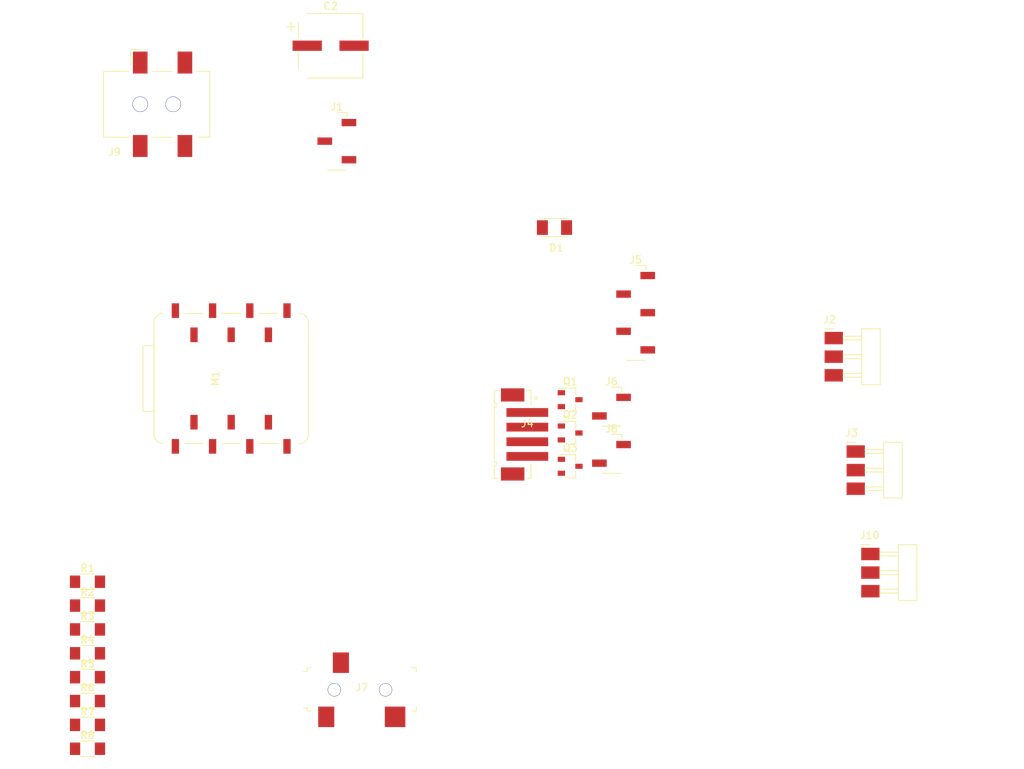
<source format=kicad_pcb>
(kicad_pcb (version 20240108) (generator "pcbnew") (generator_version "8.0")
  (layers (0 "F.Cu" signal) (31 "B.Cu" signal) (34 "B.Paste" user) (35 "F.Paste" user) (36 "B.SilkS" user "B.Silkscreen") (37 "F.SilkS" user "F.Silkscreen") (38 "B.Mask" user) (39 "F.Mask" user) (44 "Edge.Cuts" user))
  (net 0 "")
  (net 1 "PWR_5V")
  (net 2 "Net-(D1-K)")
  (net 3 "D8")
  (net 4 "D10")
  (net 5 "D9")
  (net 6 "PWR_GND")
  (net 7 "LED_DIN1")
  (net 8 "LED_DIN2")
  (net 9 "SDA")
  (net 10 "SCL")
  (net 11 "PWR_3V3")
  (net 14 "BCLK")
  (net 15 "LRC")
  (net 16 "AMP_DIN")
  (net 17 "TIP")
  (net 18 "RING")
  (net 19 "Net-(J10-Pin_3)")
  (net 20 "Net-(J10-Pin_2)")
  (net 22 "LED3")
  (net 23 "LED2")
  (net 24 "LED1")
  (net 25 "Net-(Q1-G)")
  (net 26 "Net-(Q1-D)")
  (net 27 "Net-(Q3-G)")
  (footprint "fab:R_1206" (layer "F.Cu") (at 31.3 112.3)
    (property "Reference" "R7" (at 0 -1.85 0) (layer "F.SilkS"))
    (property "Value" "R_1206_500")
    (fp_line (start -1 -1.07) (end 1 -1.07) (stroke (width 0.12)) (layer "F.SilkS"))
    (fp_line (start 1 1.07) (end -1 1.07) (stroke (width 0.12)) (layer "F.SilkS"))
    (pad "1" smd rect (at -1.7 0) (size 1.4 1.7) (layers "F.Cu" "F.Paste" "F.Mask") (net 1 "PWR_5V"))
    (pad "2" smd rect (at 1.7 0) (size 1.4 1.7) (layers "F.Cu" "F.Paste" "F.Mask") (net 19 "Net-(J10-Pin_3)"))
  )
  (footprint "fab:PinSocket_1x02_P2.54mm_Vertical_SMD" (layer "F.Cu") (at 102.85 75.27)
    (property "Reference" "J8" (at 0 -3.429 180) (layer "F.SilkS"))
    (property "Value" "Conn_PinSocket_1x02_P2.54mm_Vertical_SMD")
    (fp_line (start -1.27 2.667) (end 1.27 2.667) (stroke (width 0.12)) (layer "F.SilkS"))
    (fp_line (start 1.397 -2.667) (end 0 -2.667) (stroke (width 0.12)) (layer "F.SilkS"))
    (fp_line (start 1.397 -2.032) (end 1.397 -2.667) (stroke (width 0.12)) (layer "F.SilkS"))
    (pad "1" smd rect (at 1.65 -1.27) (size 2 1) (layers "F.Cu" "F.Paste" "F.Mask") (net 18 "RING"))
    (pad "2" smd rect (at -1.65 1.27) (size 2 1) (layers "F.Cu" "F.Paste" "F.Mask") (net 17 "TIP"))
  )
  (footprint "fab:SOT-23-3" (layer "F.Cu") (at 97.206 76.964)
    (property "Reference" "Q3" (at 0 -2.5 0) (layer "F.SilkS"))
    (property "Value" "Transistor_MOSFET_NCh_SOT23")
    (fp_line (start 0.76 -1.58) (end -1.4 -1.58) (stroke (width 0.12)) (layer "F.SilkS"))
    (fp_line (start 0.76 -1.58) (end 0.76 -0.65) (stroke (width 0.12)) (layer "F.SilkS"))
    (fp_line (start 0.76 1.58) (end -0.7 1.58) (stroke (width 0.12)) (layer "F.SilkS"))
    (fp_line (start 0.76 1.58) (end 0.76 0.65) (stroke (width 0.12)) (layer "F.SilkS"))
    (pad "1" smd rect (at -1.2 -0.95) (size 1 0.7) (layers "F.Cu" "F.Paste" "F.Mask") (net 27 "Net-(Q3-G)"))
    (pad "2" smd rect (at -1.2 0.95) (size 1 0.7) (layers "F.Cu" "F.Paste" "F.Mask") (net 6 "PWR_GND"))
    (pad "3" smd rect (at 1.2 0) (size 1 0.7) (layers "F.Cu" "F.Paste" "F.Mask") (net 8 "LED_DIN2"))
  )
  (footprint "fab:PinHeader_1x03_P2.54mm_Horizontal_SMD" (layer "F.Cu") (at 136.2 74.95)
    (property "Reference" "J3" (at -1.524 -2.54 180) (layer "F.SilkS") (effects (justify left)))
    (property "Value" "Conn_PinHeader_1x03_P2.54mm_Horizontal_SMD")
    (fp_line (start -1.27 -1.27) (end 0 -1.27) (stroke (width 0.12)) (layer "F.SilkS"))
    (fp_line (start 3.81 -1.27) (end 6.35 -1.27) (stroke (width 0.12)) (layer "F.SilkS"))
    (fp_line (start 3.81 -0.254) (end 1.27 -0.254) (stroke (width 0.12)) (layer "F.SilkS"))
    (fp_line (start 3.81 0.254) (end 1.27 0.254) (stroke (width 0.12)) (layer "F.SilkS"))
    (fp_line (start 3.81 2.286) (end 1.27 2.286) (stroke (width 0.12)) (layer "F.SilkS"))
    (fp_line (start 3.81 2.794) (end 1.27 2.794) (stroke (width 0.12)) (layer "F.SilkS"))
    (fp_line (start 3.81 4.826) (end 1.27 4.826) (stroke (width 0.12)) (layer "F.SilkS"))
    (fp_line (start 3.81 5.334) (end 1.27 5.334) (stroke (width 0.12)) (layer "F.SilkS"))
    (fp_line (start 3.81 6.35) (end 3.81 -1.27) (stroke (width 0.12)) (layer "F.SilkS"))
    (fp_line (start 6.35 -1.27) (end 6.35 6.35) (stroke (width 0.12)) (layer "F.SilkS"))
    (fp_line (start 6.35 6.35) (end 3.81 6.35) (stroke (width 0.12)) (layer "F.SilkS"))
    (pad "1" smd rect (at 0 0) (size 2.5 1.7) (layers "F.Cu" "F.Paste" "F.Mask") (net 6 "PWR_GND"))
    (pad "2" smd rect (at 0 2.54) (size 2.5 1.7) (layers "F.Cu" "F.Paste" "F.Mask") (net 8 "LED_DIN2"))
    (pad "3" smd rect (at 0 5.08) (size 2.5 1.7) (layers "F.Cu" "F.Paste" "F.Mask") (net 1 "PWR_5V"))
  )
  (footprint "fab:SeeedStudio_XIAO_SocketSMD" (layer "F.Cu") (at 50.92 64.97 90)
    (property "Reference" "M1" (at 0.0025 -2.149 90) (layer "F.SilkS"))
    (property "Value" "Module_XIAO-ESP32C3_SocketSMD")
    (fp_line (start -7.6175 -10.531) (end 7.6225 -10.531) (stroke (width 0.12)) (layer "F.SilkS"))
    (fp_line (start 8.89 -6.35) (end 8.89 -3.81) (stroke (width 0.12)) (layer "F.SilkS"))
    (fp_line (start -8.89 -6.35) (end -8.89 -3.81) (stroke (width 0.12)) (layer "F.SilkS"))
    (fp_line (start 8.89 -1.27) (end 8.89 1.27) (stroke (width 0.12)) (layer "F.SilkS"))
    (fp_line (start -8.89 -1.27) (end -8.89 1.27) (stroke (width 0.12)) (layer "F.SilkS"))
    (fp_line (start 8.89 3.81) (end 8.89 6.35) (stroke (width 0.12)) (layer "F.SilkS"))
    (fp_line (start -8.89 3.81) (end -8.89 6.35) (stroke (width 0.12)) (layer "F.SilkS"))
    (fp_line (start 7.6225 10.551) (end -7.6175 10.551) (stroke (width 0.12)) (layer "F.SilkS"))
    (fp_rect (start -4.4975 -10.531) (end 4.5025 -12.055) (stroke (width 0.12)) (fill none) (layer "F.SilkS"))
    (fp_arc (start 7.6225 -10.531) (mid 8.520526 -10.159026) (end 8.8925 -9.261) (stroke (width 0.12)) (layer "F.SilkS"))
    (fp_arc (start -8.8875 -9.261) (mid -8.515526 -10.159026) (end -7.6175 -10.531) (stroke (width 0.12)) (layer "F.SilkS"))
    (fp_arc (start 8.8925 9.281) (mid 8.520526 10.179026) (end 7.6225 10.551) (stroke (width 0.12)) (layer "F.SilkS"))
    (fp_arc (start -7.6175 10.551) (mid -8.515526 10.179026) (end -8.8875 9.281) (stroke (width 0.12)) (layer "F.SilkS"))
    (pad "1" smd rect (at -9.27 -7.62 90) (size 2 1) (layers "F.Cu" "F.Paste" "F.Mask") (net 24 "LED1"))
    (pad "2" smd rect (at -5.97 -5.08 90) (size 2 1) (layers "F.Cu" "F.Paste" "F.Mask") (net 23 "LED2"))
    (pad "3" smd rect (at -9.27 -2.54 90) (size 2 1) (layers "F.Cu" "F.Paste" "F.Mask") (net 22 "LED3"))
    (pad "4" smd rect (at -5.97 0 90) (size 2 1) (layers "F.Cu" "F.Paste" "F.Mask") (net 16 "AMP_DIN"))
    (pad "5" smd rect (at -9.27 2.54 90) (size 2 1) (layers "F.Cu" "F.Paste" "F.Mask") (net 9 "SDA"))
    (pad "6" smd rect (at -5.97 5.08 90) (size 2 1) (layers "F.Cu" "F.Paste" "F.Mask") (net 10 "SCL"))
    (pad "7" smd rect (at -9.27 7.62 90) (size 2 1) (layers "F.Cu" "F.Paste" "F.Mask") (net 14 "BCLK"))
    (pad "8" smd rect (at 9.27 7.62 90) (size 2 1) (layers "F.Cu" "F.Paste" "F.Mask") (net 15 "LRC"))
    (pad "9" smd rect (at 5.97 5.08 90) (size 2 1) (layers "F.Cu" "F.Paste" "F.Mask") (net 3 "D8"))
    (pad "10" smd rect (at 9.27 2.54 90) (size 2 1) (layers "F.Cu" "F.Paste" "F.Mask") (net 5 "D9"))
    (pad "11" smd rect (at 5.97 0 90) (size 2 1) (layers "F.Cu" "F.Paste" "F.Mask") (net 4 "D10"))
    (pad "12" smd rect (at 9.27 -2.54 90) (size 2 1) (layers "F.Cu" "F.Paste" "F.Mask"))
    (pad "13" smd rect (at 5.97 -5.08 90) (size 2 1) (layers "F.Cu" "F.Paste" "F.Mask") (net 6 "PWR_GND"))
    (pad "14" smd rect (at 9.27 -7.62 90) (size 2 1) (layers "F.Cu" "F.Paste" "F.Mask") (net 2 "Net-(D1-K)"))
  )
  (footprint "fab:R_1206" (layer "F.Cu") (at 31.3 102.52)
    (property "Reference" "R4" (at 0 -1.85 0) (layer "F.SilkS"))
    (property "Value" "R_1206_2200")
    (fp_line (start -1 -1.07) (end 1 -1.07) (stroke (width 0.12)) (layer "F.SilkS"))
    (fp_line (start 1 1.07) (end -1 1.07) (stroke (width 0.12)) (layer "F.SilkS"))
    (pad "1" smd rect (at -1.7 0) (size 1.4 1.7) (layers "F.Cu" "F.Paste" "F.Mask") (net 1 "PWR_5V"))
    (pad "2" smd rect (at 1.7 0) (size 1.4 1.7) (layers "F.Cu" "F.Paste" "F.Mask") (net 8 "LED_DIN2"))
  )
  (footprint "fab:PinSocket_1x05_P2.54mm_Vertical_SMD" (layer "F.Cu") (at 106.15 55.976)
    (property "Reference" "J5" (at 0 -7.239 180) (layer "F.SilkS"))
    (property "Value" "Conn_PinSocket_1x05_P2.54mm_Vertical_SMD")
    (fp_line (start -1.27 6.52) (end 1.27 6.52) (stroke (width 0.12)) (layer "F.SilkS"))
    (fp_line (start 1.397 -6.477) (end 0 -6.477) (stroke (width 0.12)) (layer "F.SilkS"))
    (fp_line (start 1.397 -5.842) (end 1.397 -6.477) (stroke (width 0.12)) (layer "F.SilkS"))
    (pad "1" smd rect (at 1.65 -5.08) (size 2 1) (layers "F.Cu" "F.Paste" "F.Mask") (net 15 "LRC"))
    (pad "2" smd rect (at -1.65 -2.54) (size 2 1) (layers "F.Cu" "F.Paste" "F.Mask") (net 14 "BCLK"))
    (pad "3" smd rect (at 1.65 0) (size 2 1) (layers "F.Cu" "F.Paste" "F.Mask") (net 16 "AMP_DIN"))
    (pad "4" smd rect (at -1.65 2.54) (size 2 1) (layers "F.Cu" "F.Paste" "F.Mask"))
    (pad "5" smd rect (at 1.65 5.08) (size 2 1) (layers "F.Cu" "F.Paste" "F.Mask"))
  )
  (footprint "fab:SOT-23-3" (layer "F.Cu") (at 97.206 67.864)
    (property "Reference" "Q1" (at 0 -2.5 0) (layer "F.SilkS"))
    (property "Value" "Transistor_MOSFET_NCh_SOT23")
    (fp_line (start 0.76 -1.58) (end -1.4 -1.58) (stroke (width 0.12)) (layer "F.SilkS"))
    (fp_line (start 0.76 -1.58) (end 0.76 -0.65) (stroke (width 0.12)) (layer "F.SilkS"))
    (fp_line (start 0.76 1.58) (end -0.7 1.58) (stroke (width 0.12)) (layer "F.SilkS"))
    (fp_line (start 0.76 1.58) (end 0.76 0.65) (stroke (width 0.12)) (layer "F.SilkS"))
    (pad "1" smd rect (at -1.2 -0.95) (size 1 0.7) (layers "F.Cu" "F.Paste" "F.Mask") (net 25 "Net-(Q1-G)"))
    (pad "2" smd rect (at -1.2 0.95) (size 1 0.7) (layers "F.Cu" "F.Paste" "F.Mask") (net 6 "PWR_GND"))
    (pad "3" smd rect (at 1.2 0) (size 1 0.7) (layers "F.Cu" "F.Paste" "F.Mask") (net 26 "Net-(Q1-D)"))
  )
  (footprint "fab:R_1206" (layer "F.Cu") (at 31.3 92.74)
    (property "Reference" "R1" (at 0 -1.85 0) (layer "F.SilkS"))
    (property "Value" "R_1206_470")
    (fp_line (start -1 -1.07) (end 1 -1.07) (stroke (width 0.12)) (layer "F.SilkS"))
    (fp_line (start 1 1.07) (end -1 1.07) (stroke (width 0.12)) (layer "F.SilkS"))
    (pad "1" smd rect (at -1.7 0) (size 1.4 1.7) (layers "F.Cu" "F.Paste" "F.Mask") (net 25 "Net-(Q1-G)"))
    (pad "2" smd rect (at 1.7 0) (size 1.4 1.7) (layers "F.Cu" "F.Paste" "F.Mask") (net 24 "LED1"))
  )
  (footprint "fab:R_1206" (layer "F.Cu") (at 31.3 109.04)
    (property "Reference" "R6" (at 0 -1.85 0) (layer "F.SilkS"))
    (property "Value" "R_1206")
    (fp_line (start -1 -1.07) (end 1 -1.07) (stroke (width 0.12)) (layer "F.SilkS"))
    (fp_line (start 1 1.07) (end -1 1.07) (stroke (width 0.12)) (layer "F.SilkS"))
    (pad "1" smd rect (at -1.7 0) (size 1.4 1.7) (layers "F.Cu" "F.Paste" "F.Mask") (net 22 "LED3"))
    (pad "2" smd rect (at 1.7 0) (size 1.4 1.7) (layers "F.Cu" "F.Paste" "F.Mask") (net 20 "Net-(J10-Pin_2)"))
  )
  (footprint "fab:R_1206" (layer "F.Cu") (at 31.3 96)
    (property "Reference" "R2" (at 0 -1.85 0) (layer "F.SilkS"))
    (property "Value" "R_1206_2200")
    (fp_line (start -1 -1.07) (end 1 -1.07) (stroke (width 0.12)) (layer "F.SilkS"))
    (fp_line (start 1 1.07) (end -1 1.07) (stroke (width 0.12)) (layer "F.SilkS"))
    (pad "1" smd rect (at -1.7 0) (size 1.4 1.7) (layers "F.Cu" "F.Paste" "F.Mask") (net 1 "PWR_5V"))
    (pad "2" smd rect (at 1.7 0) (size 1.4 1.7) (layers "F.Cu" "F.Paste" "F.Mask") (net 26 "Net-(Q1-D)"))
  )
  (footprint "fab:Header_JST_PH_1x04_P2mm_Vertical_SMD" (layer "F.Cu") (at 91.356 70.614)
    (property "Reference" "J4" (at 0 0.5 0) (layer "F.SilkS"))
    (property "Value" "Conn_Header_JST_PH_1x04_P2mm_Vertical_SMD")
    (fp_line (start -4.5 -4) (end -4.5 -2.25) (stroke (width 0.12)) (layer "F.SilkS"))
    (fp_line (start -4.5 -4) (end -4 -4) (stroke (width 0.12)) (layer "F.SilkS"))
    (fp_line (start -4.5 -2.25) (end -4.25 -2.25) (stroke (width 0.12)) (layer "F.SilkS"))
    (fp_line (start -4.5 -1.75) (end -4.5 5.75) (stroke (width 0.12)) (layer "F.SilkS"))
    (fp_line (start -4.5 5.75) (end -4.25 5.75) (stroke (width 0.12)) (layer "F.SilkS"))
    (fp_line (start -4.5 6.25) (end -4.5 8) (stroke (width 0.12)) (layer "F.SilkS"))
    (fp_line (start -4.5 8) (end -4 8) (stroke (width 0.12)) (layer "F.SilkS"))
    (fp_line (start -4.25 -2.25) (end -4.25 -1.75) (stroke (width 0.12)) (layer "F.SilkS"))
    (fp_line (start -4.25 -1.75) (end -4.5 -1.75) (stroke (width 0.12)) (layer "F.SilkS"))
    (fp_line (start -4.25 5.75) (end -4.25 6.25) (stroke (width 0.12)) (layer "F.SilkS"))
    (fp_line (start -4.25 6.25) (end -4.5 6.25) (stroke (width 0.12)) (layer "F.SilkS"))
    (fp_line (start 0.5 -4) (end 0 -4) (stroke (width 0.12)) (layer "F.SilkS"))
    (fp_line (start 0.5 -2) (end 0.5 -4) (stroke (width 0.12)) (layer "F.SilkS"))
    (fp_line (start 0.5 8) (end 0 8) (stroke (width 0.12)) (layer "F.SilkS"))
    (fp_line (start 0.5 8) (end 0.5 6) (stroke (width 0.12)) (layer "F.SilkS"))
    (fp_circle (center 1.2 -3) (end 1.4 -3) (stroke (width 0.12)) (fill none) (layer "F.SilkS"))
    (pad "" smd rect (at -2 -3.4) (size 3.2 1.8) (layers "F.Cu" "F.Paste" "F.Mask"))
    (pad "" smd rect (at -2 7.4) (size 3.2 1.8) (layers "F.Cu" "F.Paste" "F.Mask"))
    (pad "1" smd rect (at 0 -1) (size 5.7 1.2) (layers "F.Cu" "F.Paste" "F.Mask") (net 6 "PWR_GND"))
    (pad "2" smd rect (at 0 1) (size 5.7 1.2) (layers "F.Cu" "F.Paste" "F.Mask") (net 11 "PWR_3V3"))
    (pad "3" smd rect (at 0 3) (size 5.7 1.2) (layers "F.Cu" "F.Paste" "F.Mask") (net 9 "SDA"))
    (pad "4" smd rect (at 0 5) (size 5.7 1.2) (layers "F.Cu" "F.Paste" "F.Mask") (net 10 "SCL"))
  )
  (footprint "fab:PinSocket_1x03_P2.54mm_Vertical_SMD" (layer "F.Cu") (at 65.35 32.54)
    (property "Reference" "J1" (at 0 -4.699 180) (layer "F.SilkS"))
    (property "Value" "Conn_PinSocket_1x03_P2.54mm_Vertical_SMD")
    (fp_line (start -1.27 3.96) (end 1.27 3.96) (stroke (width 0.12)) (layer "F.SilkS"))
    (fp_line (start 1.397 -3.937) (end 0 -3.937) (stroke (width 0.12)) (layer "F.SilkS"))
    (fp_line (start 1.397 -3.302) (end 1.397 -3.937) (stroke (width 0.12)) (layer "F.SilkS"))
    (pad "1" smd rect (at 1.65 -2.54) (size 2 1) (layers "F.Cu" "F.Paste" "F.Mask") (net 3 "D8"))
    (pad "2" smd rect (at -1.65 0) (size 2 1) (layers "F.Cu" "F.Paste" "F.Mask") (net 5 "D9"))
    (pad "3" smd rect (at 1.65 2.54) (size 2 1) (layers "F.Cu" "F.Paste" "F.Mask") (net 4 "D10"))
  )
  (footprint "fab:R_1206" (layer "F.Cu") (at 31.3 115.56)
    (property "Reference" "R8" (at 0 -1.85 0) (layer "F.SilkS"))
    (property "Value" "R_1206_4500")
    (fp_line (start -1 -1.07) (end 1 -1.07) (stroke (width 0.12)) (layer "F.SilkS"))
    (fp_line (start 1 1.07) (end -1 1.07) (stroke (width 0.12)) (layer "F.SilkS"))
    (pad "1" smd rect (at -1.7 0) (size 1.4 1.7) (layers "F.Cu" "F.Paste" "F.Mask") (net 19 "Net-(J10-Pin_3)"))
    (pad "2" smd rect (at 1.7 0) (size 1.4 1.7) (layers "F.Cu" "F.Paste" "F.Mask") (net 6 "PWR_GND"))
  )
  (footprint "fab:Conn_Jack_Stereo_3.5mm_CUI_SJ-3523-SMT-TR" (layer "F.Cu") (at 68.75 107.2)
    (property "Reference" "J7" (at 0 0 0) (layer "F.SilkS"))
    (property "Value" "Conn_Jack_Stereo_3.5mm_SMD_RA")
    (fp_line (start -7.45 -2.7) (end -7.45 -2.2) (stroke (width 0.12)) (layer "F.SilkS"))
    (fp_line (start -7.45 -2.2) (end -7.95 -2.2) (stroke (width 0.12)) (layer "F.SilkS"))
    (fp_line (start -7.45 2.8) (end -7.95 2.8) (stroke (width 0.12)) (layer "F.SilkS"))
    (fp_line (start -7.45 3.2) (end -7.45 2.8) (stroke (width 0.12)) (layer "F.SilkS"))
    (fp_line (start -6.95 -2.7) (end -7.45 -2.7) (stroke (width 0.12)) (layer "F.SilkS"))
    (fp_line (start -6.85 3.2) (end -7.45 3.2) (stroke (width 0.12)) (layer "F.SilkS"))
    (fp_line (start 6.75 -2.7) (end 7.45 -2.7) (stroke (width 0.12)) (layer "F.SilkS"))
    (fp_line (start 7.45 -2.7) (end 7.45 -2.1) (stroke (width 0.12)) (layer "F.SilkS"))
    (fp_line (start 7.45 2.6) (end 7.45 3.2) (stroke (width 0.12)) (layer "F.SilkS"))
    (fp_line (start 7.45 3.2) (end 6.85 3.2) (stroke (width 0.12)) (layer "F.SilkS"))
    (pad "1" smd rect (at -4.85 4) (size 2.2 2.8) (layers "F.Cu" "F.Paste" "F.Mask") (net 6 "PWR_GND"))
    (pad "2" thru_hole circle (at -3.75 0.3) (size 1.8 1.8) (drill 1.7) (layers "*.Cu" "*.Mask") (net 17 "TIP"))
    (pad "2" thru_hole circle (at 3.25 0.3) (size 1.8 1.8) (drill 1.7) (layers "*.Cu" "*.Mask") (net 17 "TIP"))
    (pad "2" smd rect (at 4.55 4) (size 2.8 2.8) (layers "F.Cu" "F.Paste" "F.Mask") (net 17 "TIP"))
    (pad "3" smd rect (at -2.85 -3.4) (size 2.2 2.8) (layers "F.Cu" "F.Paste" "F.Mask") (net 18 "RING"))
  )
  (footprint "fab:CUIDevices_PJ-002AH-SMT-TR_PWRJack_2x5.5mm" (layer "F.Cu") (at 41.5 27.5)
    (property "Reference" "J9" (at -6.5 6.5 180) (layer "F.SilkS"))
    (property "Value" "Conn_PWRJack_2x5.5mm_CUIDevices_PJ-002AH-SMT-TR")
    (fp_line (start -8 -4.5) (end -4.6 -4.5) (stroke (width 0.12)) (layer "F.SilkS"))
    (fp_line (start -8 4.5) (end -8 -4.5) (stroke (width 0.12)) (layer "F.SilkS"))
    (fp_line (start -8 4.5) (end -4.39 4.5) (stroke (width 0.12)) (layer "F.SilkS"))
    (fp_line (start -4.3 -7.5) (end -4.3 -5.36) (stroke (width 0.12)) (layer "F.SilkS"))
    (fp_line (start -2.96 -7.5) (end -4.3 -7.5) (stroke (width 0.12)) (layer "F.SilkS"))
    (fp_line (start -1.4 -4.5) (end 1.4 -4.5) (stroke (width 0.12)) (layer "F.SilkS"))
    (fp_line (start -1.4 4.5) (end 1.4 4.5) (stroke (width 0.12)) (layer "F.SilkS"))
    (fp_line (start 4.7 -4.5) (end 6.5 -4.5) (stroke (width 0.12)) (layer "F.SilkS"))
    (fp_line (start 6.5 -4.5) (end 6.5 4.5) (stroke (width 0.12)) (layer "F.SilkS"))
    (fp_line (start 6.5 4.5) (end 4.8 4.5) (stroke (width 0.12)) (layer "F.SilkS"))
    (pad "" thru_hole circle (at -3 0 90) (size 2.1 2.1) (drill 2) (layers "*.Cu" "*.Mask"))
    (pad "" thru_hole circle (at 1.5 0 90) (size 2.1 2.1) (drill 2) (layers "*.Cu" "*.Mask"))
    (pad "1" smd rect (at -3 -5.7 90) (size 3 2) (layers "F.Cu" "F.Paste" "F.Mask") (net 1 "PWR_5V"))
    (pad "1" smd rect (at 3.1 -5.7 90) (size 3 2) (layers "F.Cu" "F.Paste" "F.Mask") (net 1 "PWR_5V"))
    (pad "2" smd rect (at 3.1 5.7 90) (size 3 2) (layers "F.Cu" "F.Paste" "F.Mask") (net 6 "PWR_GND"))
    (pad "3" smd rect (at -3 5.7 90) (size 3 2) (layers "F.Cu" "F.Paste" "F.Mask") (net 6 "PWR_GND"))
  )
  (footprint "fab:R_1206" (layer "F.Cu") (at 31.3 99.26)
    (property "Reference" "R3" (at 0 -1.85 0) (layer "F.SilkS"))
    (property "Value" "R_1206_470")
    (fp_line (start -1 -1.07) (end 1 -1.07) (stroke (width 0.12)) (layer "F.SilkS"))
    (fp_line (start 1 1.07) (end -1 1.07) (stroke (width 0.12)) (layer "F.SilkS"))
    (pad "1" smd rect (at -1.7 0) (size 1.4 1.7) (layers "F.Cu" "F.Paste" "F.Mask") (net 27 "Net-(Q3-G)"))
    (pad "2" smd rect (at 1.7 0) (size 1.4 1.7) (layers "F.Cu" "F.Paste" "F.Mask") (net 23 "LED2"))
  )
  (footprint "fab:SOT-23-3" (layer "F.Cu") (at 97.206 72.414)
    (property "Reference" "Q2" (at 0 -2.5 0) (layer "F.SilkS"))
    (property "Value" "Transistor_MOSFET_NCh_SOT23")
    (fp_line (start 0.76 -1.58) (end -1.4 -1.58) (stroke (width 0.12)) (layer "F.SilkS"))
    (fp_line (start 0.76 -1.58) (end 0.76 -0.65) (stroke (width 0.12)) (layer "F.SilkS"))
    (fp_line (start 0.76 1.58) (end -0.7 1.58) (stroke (width 0.12)) (layer "F.SilkS"))
    (fp_line (start 0.76 1.58) (end 0.76 0.65) (stroke (width 0.12)) (layer "F.SilkS"))
    (pad "1" smd rect (at -1.2 -0.95) (size 1 0.7) (layers "F.Cu" "F.Paste" "F.Mask") (net 26 "Net-(Q1-D)"))
    (pad "2" smd rect (at -1.2 0.95) (size 1 0.7) (layers "F.Cu" "F.Paste" "F.Mask") (net 6 "PWR_GND"))
    (pad "3" smd rect (at 1.2 0) (size 1 0.7) (layers "F.Cu" "F.Paste" "F.Mask") (net 7 "LED_DIN1"))
  )
  (footprint "fab:R_1206" (layer "F.Cu") (at 31.3 105.78)
    (property "Reference" "R5" (at 0 -1.85 0) (layer "F.SilkS"))
    (property "Value" "R_1206_2200")
    (fp_line (start -1 -1.07) (end 1 -1.07) (stroke (width 0.12)) (layer "F.SilkS"))
    (fp_line (start 1 1.07) (end -1 1.07) (stroke (width 0.12)) (layer "F.SilkS"))
    (pad "1" smd rect (at -1.7 0) (size 1.4 1.7) (layers "F.Cu" "F.Paste" "F.Mask") (net 1 "PWR_5V"))
    (pad "2" smd rect (at 1.7 0) (size 1.4 1.7) (layers "F.Cu" "F.Paste" "F.Mask") (net 7 "LED_DIN1"))
  )
  (footprint "fab:CP_Elec_D8.0mm" (layer "F.Cu") (at 64.5 19.5)
    (property "Reference" "C2" (at 0 -5.4 0) (layer "F.SilkS"))
    (property "Value" "CP_Elec_D8.0mm")
    (fp_line (start -6 -2.6) (end -4.8 -2.6) (stroke (width 0.12)) (layer "F.SilkS"))
    (fp_line (start -5.4 -3.2) (end -5.4 -2) (stroke (width 0.12)) (layer "F.SilkS"))
    (fp_line (start -4.4 -3.2) (end -4.4 -1) (stroke (width 0.12)) (layer "F.SilkS"))
    (fp_line (start -4.4 3.2) (end -4.4 1) (stroke (width 0.12)) (layer "F.SilkS"))
    (fp_line (start -3.2 -4.4) (end 4.4 -4.4) (stroke (width 0.12)) (layer "F.SilkS"))
    (fp_line (start -3.2 4.4) (end 4.4 4.4) (stroke (width 0.12)) (layer "F.SilkS"))
    (fp_line (start 4.4 -4.4) (end 4.4 -1) (stroke (width 0.12)) (layer "F.SilkS"))
    (fp_line (start 4.4 4.4) (end 4.4 1) (stroke (width 0.12)) (layer "F.SilkS"))
    (pad "1" smd rect (at -3.2 0) (size 4 1.4) (layers "F.Cu" "F.Paste" "F.Mask") (net 1 "PWR_5V"))
    (pad "2" smd rect (at 3.2 0) (size 4 1.4) (layers "F.Cu" "F.Paste" "F.Mask") (net 6 "PWR_GND"))
  )
  (footprint "fab:PinHeader_1x03_P2.54mm_Horizontal_SMD" (layer "F.Cu") (at 133.2 59.45)
    (property "Reference" "J2" (at -1.524 -2.54 180) (layer "F.SilkS") (effects (justify left)))
    (property "Value" "Conn_PinHeader_1x03_P2.54mm_Horizontal_SMD")
    (fp_line (start -1.27 -1.27) (end 0 -1.27) (stroke (width 0.12)) (layer "F.SilkS"))
    (fp_line (start 3.81 -1.27) (end 6.35 -1.27) (stroke (width 0.12)) (layer "F.SilkS"))
    (fp_line (start 3.81 -0.254) (end 1.27 -0.254) (stroke (width 0.12)) (layer "F.SilkS"))
    (fp_line (start 3.81 0.254) (end 1.27 0.254) (stroke (width 0.12)) (layer "F.SilkS"))
    (fp_line (start 3.81 2.286) (end 1.27 2.286) (stroke (width 0.12)) (layer "F.SilkS"))
    (fp_line (start 3.81 2.794) (end 1.27 2.794) (stroke (width 0.12)) (layer "F.SilkS"))
    (fp_line (start 3.81 4.826) (end 1.27 4.826) (stroke (width 0.12)) (layer "F.SilkS"))
    (fp_line (start 3.81 5.334) (end 1.27 5.334) (stroke (width 0.12)) (layer "F.SilkS"))
    (fp_line (start 3.81 6.35) (end 3.81 -1.27) (stroke (width 0.12)) (layer "F.SilkS"))
    (fp_line (start 6.35 -1.27) (end 6.35 6.35) (stroke (width 0.12)) (layer "F.SilkS"))
    (fp_line (start 6.35 6.35) (end 3.81 6.35) (stroke (width 0.12)) (layer "F.SilkS"))
    (pad "1" smd rect (at 0 0) (size 2.5 1.7) (layers "F.Cu" "F.Paste" "F.Mask") (net 6 "PWR_GND"))
    (pad "2" smd rect (at 0 2.54) (size 2.5 1.7) (layers "F.Cu" "F.Paste" "F.Mask") (net 7 "LED_DIN1"))
    (pad "3" smd rect (at 0 5.08) (size 2.5 1.7) (layers "F.Cu" "F.Paste" "F.Mask") (net 1 "PWR_5V"))
  )
  (footprint "fab:PinHeader_1x03_P2.54mm_Horizontal_SMD" (layer "F.Cu") (at 138.2 88.95)
    (property "Reference" "J10" (at -1.524 -2.54 180) (layer "F.SilkS") (effects (justify left)))
    (property "Value" "Conn_PinHeader_1x03_P2.54mm_Horizontal_SMD")
    (fp_line (start -1.27 -1.27) (end 0 -1.27) (stroke (width 0.12)) (layer "F.SilkS"))
    (fp_line (start 3.81 -1.27) (end 6.35 -1.27) (stroke (width 0.12)) (layer "F.SilkS"))
    (fp_line (start 3.81 -0.254) (end 1.27 -0.254) (stroke (width 0.12)) (layer "F.SilkS"))
    (fp_line (start 3.81 0.254) (end 1.27 0.254) (stroke (width 0.12)) (layer "F.SilkS"))
    (fp_line (start 3.81 2.286) (end 1.27 2.286) (stroke (width 0.12)) (layer "F.SilkS"))
    (fp_line (start 3.81 2.794) (end 1.27 2.794) (stroke (width 0.12)) (layer "F.SilkS"))
    (fp_line (start 3.81 4.826) (end 1.27 4.826) (stroke (width 0.12)) (layer "F.SilkS"))
    (fp_line (start 3.81 5.334) (end 1.27 5.334) (stroke (width 0.12)) (layer "F.SilkS"))
    (fp_line (start 3.81 6.35) (end 3.81 -1.27) (stroke (width 0.12)) (layer "F.SilkS"))
    (fp_line (start 6.35 -1.27) (end 6.35 6.35) (stroke (width 0.12)) (layer "F.SilkS"))
    (fp_line (start 6.35 6.35) (end 3.81 6.35) (stroke (width 0.12)) (layer "F.SilkS"))
    (pad "1" smd rect (at 0 0) (size 2.5 1.7) (layers "F.Cu" "F.Paste" "F.Mask") (net 6 "PWR_GND"))
    (pad "2" smd rect (at 0 2.54) (size 2.5 1.7) (layers "F.Cu" "F.Paste" "F.Mask") (net 20 "Net-(J10-Pin_2)"))
    (pad "3" smd rect (at 0 5.08) (size 2.5 1.7) (layers "F.Cu" "F.Paste" "F.Mask") (net 19 "Net-(J10-Pin_3)"))
  )
  (footprint "fab:SOD-123T" (layer "F.Cu") (at 95.066 44.349)
    (property "Reference" "D1" (at 0.25 2.75 0) (layer "F.SilkS"))
    (property "Value" "Diode_Schottky_MiniSMA")
    (fp_line (start -1.75 -1.25) (end 1.75 -1.25) (stroke (width 0.12)) (layer "F.SilkS"))
    (fp_line (start -1.75 1.25) (end 1.75 1.25) (stroke (width 0.12)) (layer "F.SilkS"))
    (pad "1" smd rect (at -1.65 0) (size 1.5 2) (layers "F.Cu" "F.Paste" "F.Mask") (net 2 "Net-(D1-K)"))
    (pad "2" smd rect (at 1.65 0) (size 1.5 2) (layers "F.Cu" "F.Paste" "F.Mask") (net 1 "PWR_5V"))
  )
  (footprint "fab:PinSocket_1x02_P2.54mm_Vertical_SMD" (layer "F.Cu") (at 102.85 68.816)
    (property "Reference" "J6" (at 0 -3.429 180) (layer "F.SilkS"))
    (property "Value" "Conn_PinSocket_1x02_P2.54mm_Vertical_SMD")
    (fp_line (start -1.27 2.667) (end 1.27 2.667) (stroke (width 0.12)) (layer "F.SilkS"))
    (fp_line (start 1.397 -2.667) (end 0 -2.667) (stroke (width 0.12)) (layer "F.SilkS"))
    (fp_line (start 1.397 -2.032) (end 1.397 -2.667) (stroke (width 0.12)) (layer "F.SilkS"))
    (pad "1" smd rect (at 1.65 -1.27) (size 2 1) (layers "F.Cu" "F.Paste" "F.Mask") (net 6 "PWR_GND"))
    (pad "2" smd rect (at -1.65 1.27) (size 2 1) (layers "F.Cu" "F.Paste" "F.Mask") (net 1 "PWR_5V"))
  )
)
</source>
